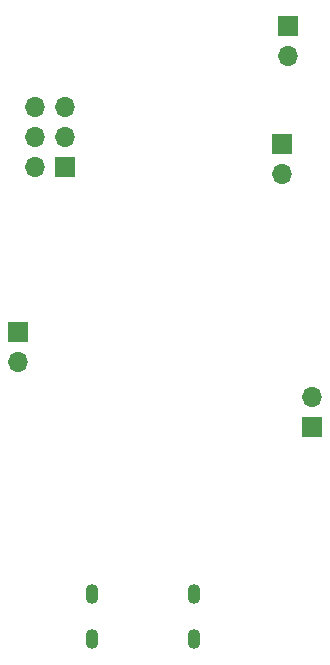
<source format=gbr>
%TF.GenerationSoftware,KiCad,Pcbnew,8.0.7*%
%TF.CreationDate,2025-01-05T21:05:33-07:00*%
%TF.ProjectId,Hat PCB,48617420-5043-4422-9e6b-696361645f70,rev?*%
%TF.SameCoordinates,Original*%
%TF.FileFunction,Soldermask,Bot*%
%TF.FilePolarity,Negative*%
%FSLAX46Y46*%
G04 Gerber Fmt 4.6, Leading zero omitted, Abs format (unit mm)*
G04 Created by KiCad (PCBNEW 8.0.7) date 2025-01-05 21:05:33*
%MOMM*%
%LPD*%
G01*
G04 APERTURE LIST*
%ADD10R,1.700000X1.700000*%
%ADD11O,1.700000X1.700000*%
%ADD12O,1.100000X1.700000*%
G04 APERTURE END LIST*
D10*
%TO.C,J1*%
X265950000Y-136050000D03*
D11*
X265950000Y-133510000D03*
%TD*%
D10*
%TO.C,J5*%
X241050000Y-128010000D03*
D11*
X241050000Y-130550000D03*
%TD*%
D10*
%TO.C,J4*%
X245000000Y-114040000D03*
D11*
X242460000Y-114040000D03*
X245000000Y-111500000D03*
X242460000Y-111500000D03*
X245000000Y-108960000D03*
X242460000Y-108960000D03*
%TD*%
D12*
%TO.C,P1*%
X247310000Y-150250000D03*
X247310000Y-154050000D03*
X255950000Y-150250000D03*
X255950000Y-154050000D03*
%TD*%
D10*
%TO.C,J2*%
X263937500Y-102100000D03*
D11*
X263937500Y-104640000D03*
%TD*%
D10*
%TO.C,J3*%
X263437500Y-112100000D03*
D11*
X263437500Y-114640000D03*
%TD*%
M02*

</source>
